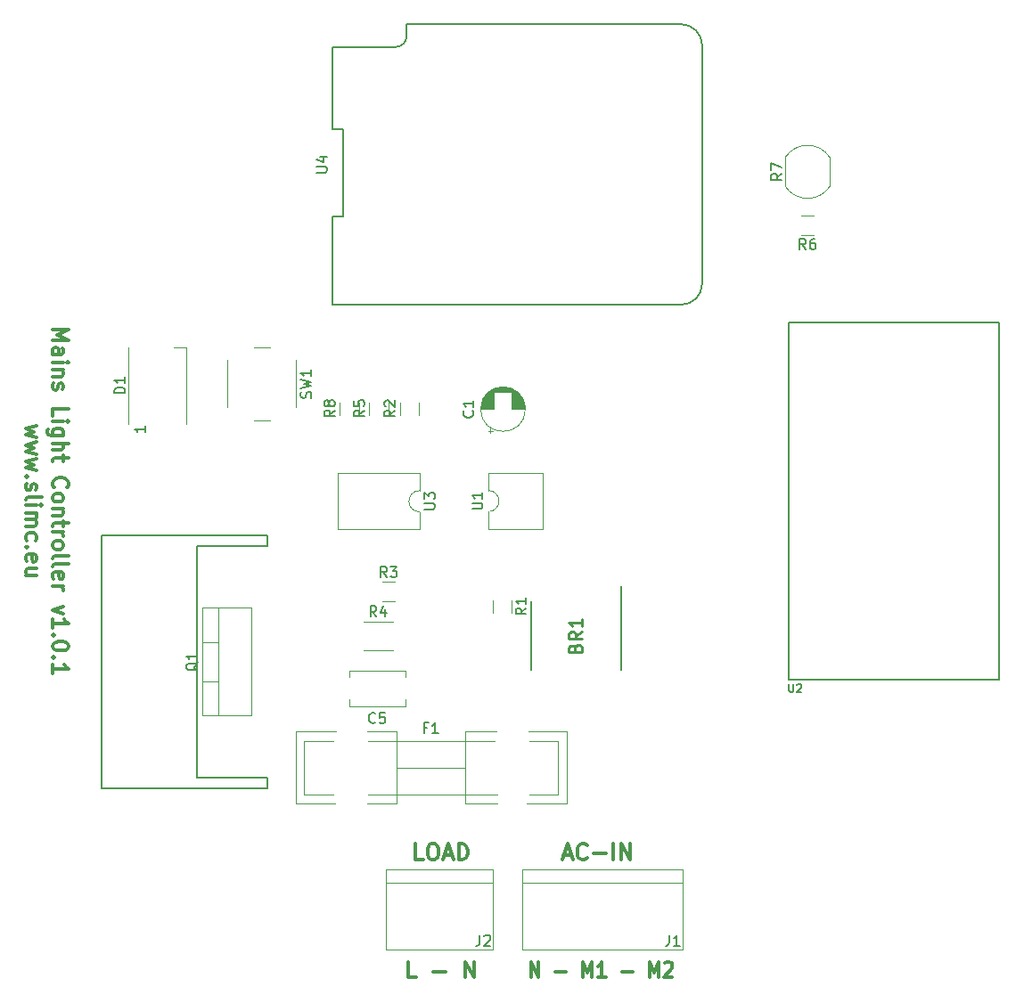
<source format=gbr>
G04 #@! TF.GenerationSoftware,KiCad,Pcbnew,5.0.2+dfsg1-1*
G04 #@! TF.CreationDate,2019-06-14T16:53:16+02:00*
G04 #@! TF.ProjectId,mains-light-controller,6d61696e-732d-46c6-9967-68742d636f6e,v1.0.1*
G04 #@! TF.SameCoordinates,Original*
G04 #@! TF.FileFunction,Legend,Top*
G04 #@! TF.FilePolarity,Positive*
%FSLAX46Y46*%
G04 Gerber Fmt 4.6, Leading zero omitted, Abs format (unit mm)*
G04 Created by KiCad (PCBNEW 5.0.2+dfsg1-1) date fre 14 jun 2019 16:53:16 CEST*
%MOMM*%
%LPD*%
G01*
G04 APERTURE LIST*
%ADD10C,0.300000*%
%ADD11C,0.120000*%
%ADD12C,0.200000*%
%ADD13C,0.150000*%
%ADD14C,0.127000*%
%ADD15C,0.254000*%
G04 APERTURE END LIST*
D10*
X20096428Y-48714285D02*
X21596428Y-48714285D01*
X20525000Y-49214285D01*
X21596428Y-49714285D01*
X20096428Y-49714285D01*
X20096428Y-51071428D02*
X20882142Y-51071428D01*
X21025000Y-51000000D01*
X21096428Y-50857142D01*
X21096428Y-50571428D01*
X21025000Y-50428571D01*
X20167857Y-51071428D02*
X20096428Y-50928571D01*
X20096428Y-50571428D01*
X20167857Y-50428571D01*
X20310714Y-50357142D01*
X20453571Y-50357142D01*
X20596428Y-50428571D01*
X20667857Y-50571428D01*
X20667857Y-50928571D01*
X20739285Y-51071428D01*
X20096428Y-51785714D02*
X21096428Y-51785714D01*
X21596428Y-51785714D02*
X21525000Y-51714285D01*
X21453571Y-51785714D01*
X21525000Y-51857142D01*
X21596428Y-51785714D01*
X21453571Y-51785714D01*
X21096428Y-52500000D02*
X20096428Y-52500000D01*
X20953571Y-52500000D02*
X21025000Y-52571428D01*
X21096428Y-52714285D01*
X21096428Y-52928571D01*
X21025000Y-53071428D01*
X20882142Y-53142857D01*
X20096428Y-53142857D01*
X20167857Y-53785714D02*
X20096428Y-53928571D01*
X20096428Y-54214285D01*
X20167857Y-54357142D01*
X20310714Y-54428571D01*
X20382142Y-54428571D01*
X20525000Y-54357142D01*
X20596428Y-54214285D01*
X20596428Y-54000000D01*
X20667857Y-53857142D01*
X20810714Y-53785714D01*
X20882142Y-53785714D01*
X21025000Y-53857142D01*
X21096428Y-54000000D01*
X21096428Y-54214285D01*
X21025000Y-54357142D01*
X20096428Y-56928571D02*
X20096428Y-56214285D01*
X21596428Y-56214285D01*
X20096428Y-57428571D02*
X21096428Y-57428571D01*
X21596428Y-57428571D02*
X21525000Y-57357142D01*
X21453571Y-57428571D01*
X21525000Y-57500000D01*
X21596428Y-57428571D01*
X21453571Y-57428571D01*
X21096428Y-58785714D02*
X19882142Y-58785714D01*
X19739285Y-58714285D01*
X19667857Y-58642857D01*
X19596428Y-58500000D01*
X19596428Y-58285714D01*
X19667857Y-58142857D01*
X20167857Y-58785714D02*
X20096428Y-58642857D01*
X20096428Y-58357142D01*
X20167857Y-58214285D01*
X20239285Y-58142857D01*
X20382142Y-58071428D01*
X20810714Y-58071428D01*
X20953571Y-58142857D01*
X21025000Y-58214285D01*
X21096428Y-58357142D01*
X21096428Y-58642857D01*
X21025000Y-58785714D01*
X20096428Y-59500000D02*
X21596428Y-59500000D01*
X20096428Y-60142857D02*
X20882142Y-60142857D01*
X21025000Y-60071428D01*
X21096428Y-59928571D01*
X21096428Y-59714285D01*
X21025000Y-59571428D01*
X20953571Y-59500000D01*
X21096428Y-60642857D02*
X21096428Y-61214285D01*
X21596428Y-60857142D02*
X20310714Y-60857142D01*
X20167857Y-60928571D01*
X20096428Y-61071428D01*
X20096428Y-61214285D01*
X20239285Y-63714285D02*
X20167857Y-63642857D01*
X20096428Y-63428571D01*
X20096428Y-63285714D01*
X20167857Y-63071428D01*
X20310714Y-62928571D01*
X20453571Y-62857142D01*
X20739285Y-62785714D01*
X20953571Y-62785714D01*
X21239285Y-62857142D01*
X21382142Y-62928571D01*
X21525000Y-63071428D01*
X21596428Y-63285714D01*
X21596428Y-63428571D01*
X21525000Y-63642857D01*
X21453571Y-63714285D01*
X20096428Y-64571428D02*
X20167857Y-64428571D01*
X20239285Y-64357142D01*
X20382142Y-64285714D01*
X20810714Y-64285714D01*
X20953571Y-64357142D01*
X21025000Y-64428571D01*
X21096428Y-64571428D01*
X21096428Y-64785714D01*
X21025000Y-64928571D01*
X20953571Y-65000000D01*
X20810714Y-65071428D01*
X20382142Y-65071428D01*
X20239285Y-64999999D01*
X20167857Y-64928571D01*
X20096428Y-64785714D01*
X20096428Y-64571428D01*
X21096428Y-65714285D02*
X20096428Y-65714285D01*
X20953571Y-65714285D02*
X21025000Y-65785714D01*
X21096428Y-65928571D01*
X21096428Y-66142857D01*
X21025000Y-66285714D01*
X20882142Y-66357142D01*
X20096428Y-66357142D01*
X21096428Y-66857142D02*
X21096428Y-67428571D01*
X21596428Y-67071428D02*
X20310714Y-67071428D01*
X20167857Y-67142857D01*
X20096428Y-67285714D01*
X20096428Y-67428571D01*
X20096428Y-67928571D02*
X21096428Y-67928571D01*
X20810714Y-67928571D02*
X20953571Y-68000000D01*
X21025000Y-68071428D01*
X21096428Y-68214285D01*
X21096428Y-68357142D01*
X20096428Y-69071428D02*
X20167857Y-68928571D01*
X20239285Y-68857142D01*
X20382142Y-68785714D01*
X20810714Y-68785714D01*
X20953571Y-68857142D01*
X21025000Y-68928571D01*
X21096428Y-69071428D01*
X21096428Y-69285714D01*
X21025000Y-69428571D01*
X20953571Y-69500000D01*
X20810714Y-69571428D01*
X20382142Y-69571428D01*
X20239285Y-69500000D01*
X20167857Y-69428571D01*
X20096428Y-69285714D01*
X20096428Y-69071428D01*
X20096428Y-70428571D02*
X20167857Y-70285714D01*
X20310714Y-70214285D01*
X21596428Y-70214285D01*
X20096428Y-71214285D02*
X20167857Y-71071428D01*
X20310714Y-71000000D01*
X21596428Y-71000000D01*
X20167857Y-72357142D02*
X20096428Y-72214285D01*
X20096428Y-71928571D01*
X20167857Y-71785714D01*
X20310714Y-71714285D01*
X20882142Y-71714285D01*
X21025000Y-71785714D01*
X21096428Y-71928571D01*
X21096428Y-72214285D01*
X21025000Y-72357142D01*
X20882142Y-72428571D01*
X20739285Y-72428571D01*
X20596428Y-71714285D01*
X20096428Y-73071428D02*
X21096428Y-73071428D01*
X20810714Y-73071428D02*
X20953571Y-73142857D01*
X21025000Y-73214285D01*
X21096428Y-73357142D01*
X21096428Y-73500000D01*
X21096428Y-75000000D02*
X20096428Y-75357142D01*
X21096428Y-75714285D01*
X20096428Y-77071428D02*
X20096428Y-76214285D01*
X20096428Y-76642857D02*
X21596428Y-76642857D01*
X21382142Y-76500000D01*
X21239285Y-76357142D01*
X21167857Y-76214285D01*
X20239285Y-77714285D02*
X20167857Y-77785714D01*
X20096428Y-77714285D01*
X20167857Y-77642857D01*
X20239285Y-77714285D01*
X20096428Y-77714285D01*
X21596428Y-78714285D02*
X21596428Y-78857142D01*
X21524999Y-79000000D01*
X21453571Y-79071428D01*
X21310714Y-79142857D01*
X21024999Y-79214285D01*
X20667857Y-79214285D01*
X20382142Y-79142857D01*
X20239285Y-79071428D01*
X20167857Y-79000000D01*
X20096428Y-78857142D01*
X20096428Y-78714285D01*
X20167857Y-78571428D01*
X20239285Y-78500000D01*
X20382142Y-78428571D01*
X20667857Y-78357142D01*
X21024999Y-78357142D01*
X21310714Y-78428571D01*
X21453571Y-78500000D01*
X21524999Y-78571428D01*
X21596428Y-78714285D01*
X20239285Y-79857142D02*
X20167857Y-79928571D01*
X20096428Y-79857142D01*
X20167857Y-79785714D01*
X20239285Y-79857142D01*
X20096428Y-79857142D01*
X20096428Y-81357142D02*
X20096428Y-80500000D01*
X20096428Y-80928571D02*
X21596428Y-80928571D01*
X21382142Y-80785714D01*
X21239285Y-80642857D01*
X21167857Y-80500000D01*
X18546428Y-57821428D02*
X17546428Y-58107142D01*
X18260714Y-58392857D01*
X17546428Y-58678571D01*
X18546428Y-58964285D01*
X18546428Y-59392857D02*
X17546428Y-59678571D01*
X18260714Y-59964285D01*
X17546428Y-60250000D01*
X18546428Y-60535714D01*
X18546428Y-60964285D02*
X17546428Y-61250000D01*
X18260714Y-61535714D01*
X17546428Y-61821428D01*
X18546428Y-62107142D01*
X17689285Y-62678571D02*
X17617857Y-62750000D01*
X17546428Y-62678571D01*
X17617857Y-62607142D01*
X17689285Y-62678571D01*
X17546428Y-62678571D01*
X17617857Y-63321428D02*
X17546428Y-63464285D01*
X17546428Y-63750000D01*
X17617857Y-63892857D01*
X17760714Y-63964285D01*
X17832142Y-63964285D01*
X17975000Y-63892857D01*
X18046428Y-63750000D01*
X18046428Y-63535714D01*
X18117857Y-63392857D01*
X18260714Y-63321428D01*
X18332142Y-63321428D01*
X18475000Y-63392857D01*
X18546428Y-63535714D01*
X18546428Y-63750000D01*
X18475000Y-63892857D01*
X17546428Y-64821428D02*
X17617857Y-64678571D01*
X17760714Y-64607142D01*
X19046428Y-64607142D01*
X17546428Y-65392857D02*
X18546428Y-65392857D01*
X19046428Y-65392857D02*
X18975000Y-65321428D01*
X18903571Y-65392857D01*
X18975000Y-65464285D01*
X19046428Y-65392857D01*
X18903571Y-65392857D01*
X17546428Y-66107142D02*
X18546428Y-66107142D01*
X18403571Y-66107142D02*
X18475000Y-66178571D01*
X18546428Y-66321428D01*
X18546428Y-66535714D01*
X18475000Y-66678571D01*
X18332142Y-66750000D01*
X17546428Y-66750000D01*
X18332142Y-66750000D02*
X18475000Y-66821428D01*
X18546428Y-66964285D01*
X18546428Y-67178571D01*
X18475000Y-67321428D01*
X18332142Y-67392857D01*
X17546428Y-67392857D01*
X17617857Y-68750000D02*
X17546428Y-68607142D01*
X17546428Y-68321428D01*
X17617857Y-68178571D01*
X17689285Y-68107142D01*
X17832142Y-68035714D01*
X18260714Y-68035714D01*
X18403571Y-68107142D01*
X18475000Y-68178571D01*
X18546428Y-68321428D01*
X18546428Y-68607142D01*
X18475000Y-68750000D01*
X17689285Y-69392857D02*
X17617857Y-69464285D01*
X17546428Y-69392857D01*
X17617857Y-69321428D01*
X17689285Y-69392857D01*
X17546428Y-69392857D01*
X17617857Y-70678571D02*
X17546428Y-70535714D01*
X17546428Y-70250000D01*
X17617857Y-70107142D01*
X17760714Y-70035714D01*
X18332142Y-70035714D01*
X18475000Y-70107142D01*
X18546428Y-70250000D01*
X18546428Y-70535714D01*
X18475000Y-70678571D01*
X18332142Y-70750000D01*
X18189285Y-70750000D01*
X18046428Y-70035714D01*
X18546428Y-72035714D02*
X17546428Y-72035714D01*
X18546428Y-71392857D02*
X17760714Y-71392857D01*
X17617857Y-71464285D01*
X17546428Y-71607142D01*
X17546428Y-71821428D01*
X17617857Y-71964285D01*
X17689285Y-72035714D01*
X68621428Y-98650000D02*
X69335714Y-98650000D01*
X68478571Y-99078571D02*
X68978571Y-97578571D01*
X69478571Y-99078571D01*
X70835714Y-98935714D02*
X70764285Y-99007142D01*
X70550000Y-99078571D01*
X70407142Y-99078571D01*
X70192857Y-99007142D01*
X70050000Y-98864285D01*
X69978571Y-98721428D01*
X69907142Y-98435714D01*
X69907142Y-98221428D01*
X69978571Y-97935714D01*
X70050000Y-97792857D01*
X70192857Y-97650000D01*
X70407142Y-97578571D01*
X70550000Y-97578571D01*
X70764285Y-97650000D01*
X70835714Y-97721428D01*
X71478571Y-98507142D02*
X72621428Y-98507142D01*
X73335714Y-99078571D02*
X73335714Y-97578571D01*
X74050000Y-99078571D02*
X74050000Y-97578571D01*
X74907142Y-99078571D01*
X74907142Y-97578571D01*
X55285714Y-99078571D02*
X54571428Y-99078571D01*
X54571428Y-97578571D01*
X56071428Y-97578571D02*
X56357142Y-97578571D01*
X56500000Y-97650000D01*
X56642857Y-97792857D01*
X56714285Y-98078571D01*
X56714285Y-98578571D01*
X56642857Y-98864285D01*
X56500000Y-99007142D01*
X56357142Y-99078571D01*
X56071428Y-99078571D01*
X55928571Y-99007142D01*
X55785714Y-98864285D01*
X55714285Y-98578571D01*
X55714285Y-98078571D01*
X55785714Y-97792857D01*
X55928571Y-97650000D01*
X56071428Y-97578571D01*
X57285714Y-98650000D02*
X58000000Y-98650000D01*
X57142857Y-99078571D02*
X57642857Y-97578571D01*
X58142857Y-99078571D01*
X58642857Y-99078571D02*
X58642857Y-97578571D01*
X59000000Y-97578571D01*
X59214285Y-97650000D01*
X59357142Y-97792857D01*
X59428571Y-97935714D01*
X59500000Y-98221428D01*
X59500000Y-98435714D01*
X59428571Y-98721428D01*
X59357142Y-98864285D01*
X59214285Y-99007142D01*
X59000000Y-99078571D01*
X58642857Y-99078571D01*
X54607142Y-110278571D02*
X53892857Y-110278571D01*
X53892857Y-108778571D01*
X56250000Y-109707142D02*
X57392857Y-109707142D01*
X59250000Y-110278571D02*
X59250000Y-108778571D01*
X60107142Y-110278571D01*
X60107142Y-108778571D01*
X65514285Y-110278571D02*
X65514285Y-108778571D01*
X66257142Y-110278571D01*
X66257142Y-108778571D01*
X67866666Y-109707142D02*
X68857142Y-109707142D01*
X70466666Y-110278571D02*
X70466666Y-108778571D01*
X70900000Y-109850000D01*
X71333333Y-108778571D01*
X71333333Y-110278571D01*
X72633333Y-110278571D02*
X71890476Y-110278571D01*
X72261904Y-110278571D02*
X72261904Y-108778571D01*
X72138095Y-108992857D01*
X72014285Y-109135714D01*
X71890476Y-109207142D01*
X74180952Y-109707142D02*
X75171428Y-109707142D01*
X76780952Y-110278571D02*
X76780952Y-108778571D01*
X77214285Y-109850000D01*
X77647619Y-108778571D01*
X77647619Y-110278571D01*
X78204761Y-108921428D02*
X78266666Y-108850000D01*
X78390476Y-108778571D01*
X78700000Y-108778571D01*
X78823809Y-108850000D01*
X78885714Y-108921428D01*
X78947619Y-109064285D01*
X78947619Y-109207142D01*
X78885714Y-109421428D01*
X78142857Y-110278571D01*
X78947619Y-110278571D01*
D11*
G04 #@! TO.C,F1*
X59310000Y-90340000D02*
X52810000Y-90340000D01*
X68930000Y-93770000D02*
X65120000Y-93770000D01*
X59280000Y-93770000D02*
X62320000Y-93770000D01*
X61780000Y-92880000D02*
X62320000Y-92880000D01*
X68040000Y-92880000D02*
X65370000Y-92880000D01*
X59280000Y-87800000D02*
X62070000Y-87800000D01*
X68040000Y-87800000D02*
X65370000Y-87800000D01*
X68930000Y-86910000D02*
X65250000Y-86910000D01*
X59280000Y-86910000D02*
X62200000Y-86910000D01*
X43190000Y-93770000D02*
X46880000Y-93770000D01*
X52720000Y-93770000D02*
X49920000Y-93770000D01*
X50180000Y-92880000D02*
X50050000Y-92880000D01*
X50180000Y-92880000D02*
X52720000Y-92880000D01*
X43960000Y-92880000D02*
X46750000Y-92880000D01*
X43190000Y-86910000D02*
X47000000Y-86910000D01*
X52720000Y-86910000D02*
X49920000Y-86910000D01*
X52720000Y-87800000D02*
X50050000Y-87800000D01*
X43960000Y-87800000D02*
X46750000Y-87800000D01*
X68930000Y-86910000D02*
X68930000Y-93770000D01*
X59280000Y-93770000D02*
X59280000Y-92880000D01*
X59280000Y-86910000D02*
X59280000Y-87800000D01*
X43190000Y-86910000D02*
X43190000Y-93770000D01*
X52720000Y-93770000D02*
X52720000Y-92880000D01*
X52720000Y-86910000D02*
X52720000Y-87930000D01*
X61780000Y-92880000D02*
X50090000Y-92880000D01*
X50220000Y-87800000D02*
X61780000Y-87800000D01*
X52720000Y-90340000D02*
X52720000Y-87800000D01*
X43960000Y-87800000D02*
X43960000Y-92880000D01*
X52720000Y-92880000D02*
X52720000Y-90340000D01*
X59280000Y-90340000D02*
X59280000Y-87800000D01*
X68040000Y-87800000D02*
X68040000Y-92880000D01*
X59280000Y-92880000D02*
X59280000Y-90340000D01*
D12*
G04 #@! TO.C,BR1*
X74055000Y-73095000D02*
X74055000Y-81050000D01*
X65545000Y-74550000D02*
X65545000Y-81050000D01*
D13*
G04 #@! TO.C,Q1*
X33790000Y-80260000D02*
X33789999Y-91260000D01*
X33890000Y-80260000D02*
X33790000Y-80260000D01*
X40490000Y-91260000D02*
X33789999Y-91260000D01*
X40490000Y-92259999D02*
X40490000Y-91260000D01*
X24690000Y-92260000D02*
X40490000Y-92259999D01*
X24690000Y-68260000D02*
X24690000Y-92260000D01*
X40490000Y-68260000D02*
X24690000Y-68260000D01*
X40490000Y-69259999D02*
X40490000Y-68260000D01*
X33790000Y-69260001D02*
X40490000Y-69259999D01*
X33790000Y-80260000D02*
X33790000Y-69260001D01*
D11*
X34330000Y-78409000D02*
X35840000Y-78409000D01*
X34330000Y-82110000D02*
X35840000Y-82110001D01*
X35840001Y-85380000D02*
X35840000Y-75140000D01*
X34330000Y-75140000D02*
X38970999Y-75140000D01*
X34330000Y-85380000D02*
X38971000Y-85380000D01*
X38971000Y-85380000D02*
X38970999Y-75140000D01*
X34330000Y-85380000D02*
X34330000Y-75140000D01*
G04 #@! TO.C,R1*
X61890000Y-74397936D02*
X61890000Y-75602064D01*
X63710000Y-74397936D02*
X63710000Y-75602064D01*
G04 #@! TO.C,R2*
X53065000Y-56802064D02*
X53065000Y-55597936D01*
X54885000Y-56802064D02*
X54885000Y-55597936D01*
G04 #@! TO.C,R3*
X51397936Y-74510000D02*
X52602064Y-74510000D01*
X51397936Y-72690000D02*
X52602064Y-72690000D01*
G04 #@! TO.C,R5*
X50150000Y-56802064D02*
X50150000Y-55597936D01*
X51970000Y-56802064D02*
X51970000Y-55597936D01*
G04 #@! TO.C,R6*
X92392886Y-37882962D02*
X91188758Y-37882962D01*
X92392886Y-39702962D02*
X91188758Y-39702962D01*
G04 #@! TO.C,R8*
X47350000Y-56802064D02*
X47350000Y-55597936D01*
X49170000Y-56802064D02*
X49170000Y-55597936D01*
G04 #@! TO.C,R4*
X49597936Y-76440000D02*
X52402064Y-76440000D01*
X49597936Y-79160000D02*
X52402064Y-79160000D01*
G04 #@! TO.C,R7*
X93900000Y-35100000D02*
X93900000Y-32300000D01*
X89700000Y-35100000D02*
X89700000Y-32300000D01*
X93909242Y-32313963D02*
G75*
G03X89700000Y-32300000I-2109242J-1386037D01*
G01*
X89690758Y-35086037D02*
G75*
G03X93900000Y-35100000I2109242J1386037D01*
G01*
D13*
G04 #@! TO.C,U4*
X46700000Y-46330000D02*
X79780000Y-46330000D01*
X81780000Y-44330000D02*
X81780000Y-21670000D01*
X79780000Y-19670000D02*
X53700000Y-19670000D01*
X46700000Y-21820000D02*
X46700000Y-29680000D01*
X46700000Y-29680000D02*
X47700000Y-29680000D01*
X47700000Y-29680000D02*
X47700000Y-37900000D01*
X47700000Y-37900000D02*
X46700000Y-37900000D01*
X46700000Y-37900000D02*
X46700000Y-46329999D01*
X81780000Y-21670000D02*
G75*
G03X79780000Y-19670000I-2000000J0D01*
G01*
X79780000Y-46330000D02*
G75*
G03X81780000Y-44330000I0J2000000D01*
G01*
X46700000Y-21820000D02*
X52700000Y-21820000D01*
X52700000Y-21820000D02*
G75*
G03X53700000Y-20820000I0J1000000D01*
G01*
X53700000Y-20830000D02*
X53700000Y-19670000D01*
X53700000Y-19670000D02*
X53700000Y-19670000D01*
D14*
G04 #@! TO.C,U2*
X90000000Y-48000000D02*
X90000000Y-82000000D01*
X110000000Y-82000000D02*
X110000000Y-48000000D01*
X90000000Y-82000000D02*
X110000000Y-82000000D01*
X110000000Y-48000000D02*
X90000000Y-48000000D01*
D11*
G04 #@! TO.C,SW1*
X36700000Y-51600000D02*
X36700000Y-56100000D01*
X40700000Y-50350000D02*
X39200000Y-50350000D01*
X43200000Y-56100000D02*
X43200000Y-51600000D01*
X39200000Y-57350000D02*
X40700000Y-57350000D01*
G04 #@! TO.C,C1*
X61470000Y-58319801D02*
X61870000Y-58319801D01*
X61670000Y-58519801D02*
X61670000Y-58119801D01*
X62495000Y-54169000D02*
X63235000Y-54169000D01*
X62328000Y-54209000D02*
X63402000Y-54209000D01*
X62201000Y-54249000D02*
X63529000Y-54249000D01*
X62097000Y-54289000D02*
X63633000Y-54289000D01*
X62006000Y-54329000D02*
X63724000Y-54329000D01*
X61925000Y-54369000D02*
X63805000Y-54369000D01*
X61852000Y-54409000D02*
X63878000Y-54409000D01*
X61785000Y-54449000D02*
X63945000Y-54449000D01*
X61723000Y-54489000D02*
X64007000Y-54489000D01*
X61665000Y-54529000D02*
X64065000Y-54529000D01*
X61611000Y-54569000D02*
X64119000Y-54569000D01*
X61561000Y-54609000D02*
X64169000Y-54609000D01*
X61514000Y-54649000D02*
X64216000Y-54649000D01*
X63705000Y-54689000D02*
X64261000Y-54689000D01*
X61469000Y-54689000D02*
X62025000Y-54689000D01*
X63705000Y-54729000D02*
X64303000Y-54729000D01*
X61427000Y-54729000D02*
X62025000Y-54729000D01*
X63705000Y-54769000D02*
X64343000Y-54769000D01*
X61387000Y-54769000D02*
X62025000Y-54769000D01*
X63705000Y-54809000D02*
X64381000Y-54809000D01*
X61349000Y-54809000D02*
X62025000Y-54809000D01*
X63705000Y-54849000D02*
X64417000Y-54849000D01*
X61313000Y-54849000D02*
X62025000Y-54849000D01*
X63705000Y-54889000D02*
X64452000Y-54889000D01*
X61278000Y-54889000D02*
X62025000Y-54889000D01*
X63705000Y-54929000D02*
X64484000Y-54929000D01*
X61246000Y-54929000D02*
X62025000Y-54929000D01*
X63705000Y-54969000D02*
X64515000Y-54969000D01*
X61215000Y-54969000D02*
X62025000Y-54969000D01*
X63705000Y-55009000D02*
X64545000Y-55009000D01*
X61185000Y-55009000D02*
X62025000Y-55009000D01*
X63705000Y-55049000D02*
X64573000Y-55049000D01*
X61157000Y-55049000D02*
X62025000Y-55049000D01*
X63705000Y-55089000D02*
X64600000Y-55089000D01*
X61130000Y-55089000D02*
X62025000Y-55089000D01*
X63705000Y-55129000D02*
X64625000Y-55129000D01*
X61105000Y-55129000D02*
X62025000Y-55129000D01*
X63705000Y-55169000D02*
X64650000Y-55169000D01*
X61080000Y-55169000D02*
X62025000Y-55169000D01*
X63705000Y-55209000D02*
X64673000Y-55209000D01*
X61057000Y-55209000D02*
X62025000Y-55209000D01*
X63705000Y-55249000D02*
X64695000Y-55249000D01*
X61035000Y-55249000D02*
X62025000Y-55249000D01*
X63705000Y-55289000D02*
X64716000Y-55289000D01*
X61014000Y-55289000D02*
X62025000Y-55289000D01*
X63705000Y-55329000D02*
X64735000Y-55329000D01*
X60995000Y-55329000D02*
X62025000Y-55329000D01*
X63705000Y-55369000D02*
X64754000Y-55369000D01*
X60976000Y-55369000D02*
X62025000Y-55369000D01*
X63705000Y-55409000D02*
X64772000Y-55409000D01*
X60958000Y-55409000D02*
X62025000Y-55409000D01*
X63705000Y-55449000D02*
X64789000Y-55449000D01*
X60941000Y-55449000D02*
X62025000Y-55449000D01*
X63705000Y-55489000D02*
X64805000Y-55489000D01*
X60925000Y-55489000D02*
X62025000Y-55489000D01*
X63705000Y-55529000D02*
X64819000Y-55529000D01*
X60911000Y-55529000D02*
X62025000Y-55529000D01*
X63705000Y-55570000D02*
X64833000Y-55570000D01*
X60897000Y-55570000D02*
X62025000Y-55570000D01*
X63705000Y-55610000D02*
X64847000Y-55610000D01*
X60883000Y-55610000D02*
X62025000Y-55610000D01*
X63705000Y-55650000D02*
X64859000Y-55650000D01*
X60871000Y-55650000D02*
X62025000Y-55650000D01*
X63705000Y-55690000D02*
X64870000Y-55690000D01*
X60860000Y-55690000D02*
X62025000Y-55690000D01*
X63705000Y-55730000D02*
X64881000Y-55730000D01*
X60849000Y-55730000D02*
X62025000Y-55730000D01*
X63705000Y-55770000D02*
X64890000Y-55770000D01*
X60840000Y-55770000D02*
X62025000Y-55770000D01*
X63705000Y-55810000D02*
X64899000Y-55810000D01*
X60831000Y-55810000D02*
X62025000Y-55810000D01*
X63705000Y-55850000D02*
X64907000Y-55850000D01*
X60823000Y-55850000D02*
X62025000Y-55850000D01*
X63705000Y-55890000D02*
X64915000Y-55890000D01*
X60815000Y-55890000D02*
X62025000Y-55890000D01*
X63705000Y-55930000D02*
X64921000Y-55930000D01*
X60809000Y-55930000D02*
X62025000Y-55930000D01*
X63705000Y-55970000D02*
X64927000Y-55970000D01*
X60803000Y-55970000D02*
X62025000Y-55970000D01*
X63705000Y-56010000D02*
X64932000Y-56010000D01*
X60798000Y-56010000D02*
X62025000Y-56010000D01*
X63705000Y-56050000D02*
X64936000Y-56050000D01*
X60794000Y-56050000D02*
X62025000Y-56050000D01*
X63705000Y-56090000D02*
X64939000Y-56090000D01*
X60791000Y-56090000D02*
X62025000Y-56090000D01*
X63705000Y-56130000D02*
X64942000Y-56130000D01*
X60788000Y-56130000D02*
X62025000Y-56130000D01*
X60786000Y-56170000D02*
X62025000Y-56170000D01*
X63705000Y-56170000D02*
X64944000Y-56170000D01*
X60785000Y-56210000D02*
X62025000Y-56210000D01*
X63705000Y-56210000D02*
X64945000Y-56210000D01*
X60785000Y-56250000D02*
X62025000Y-56250000D01*
X63705000Y-56250000D02*
X64945000Y-56250000D01*
X64985000Y-56250000D02*
G75*
G03X64985000Y-56250000I-2120000J0D01*
G01*
G04 #@! TO.C,C5*
X53570000Y-84521000D02*
X48230000Y-84521000D01*
X53570000Y-81079000D02*
X48230000Y-81079000D01*
X53570000Y-84521000D02*
X53570000Y-83855000D01*
X53570000Y-81745000D02*
X53570000Y-81079000D01*
X48230000Y-84521000D02*
X48230000Y-83855000D01*
X48230000Y-81745000D02*
X48230000Y-81079000D01*
G04 #@! TO.C,D1*
X32750000Y-50350000D02*
X31600000Y-50350000D01*
X32750000Y-57650000D02*
X32750000Y-50350000D01*
X27250000Y-57650000D02*
X27250000Y-50350000D01*
G04 #@! TO.C,J1*
X79940000Y-99990000D02*
X79940000Y-107610000D01*
X64700000Y-99990000D02*
X64700000Y-107610000D01*
X79940000Y-101260000D02*
X64700000Y-101260000D01*
X79940000Y-107610000D02*
X64700000Y-107610000D01*
X79940000Y-99990000D02*
X64700000Y-99990000D01*
G04 #@! TO.C,J2*
X51780000Y-101260000D02*
X61940000Y-101260000D01*
X51780000Y-99990000D02*
X51780000Y-107610000D01*
X51780000Y-107610000D02*
X61940000Y-107610000D01*
X61940000Y-107610000D02*
X61940000Y-99990000D01*
X61940000Y-99990000D02*
X51780000Y-99990000D01*
G04 #@! TO.C,U1*
X61470000Y-62340000D02*
X61470000Y-63990000D01*
X66670000Y-62340000D02*
X61470000Y-62340000D01*
X66670000Y-67640000D02*
X66670000Y-62340000D01*
X61470000Y-67640000D02*
X66670000Y-67640000D01*
X61470000Y-65990000D02*
X61470000Y-67640000D01*
X61470000Y-63990000D02*
G75*
G02X61470000Y-65990000I0J-1000000D01*
G01*
G04 #@! TO.C,U3*
X54930000Y-67660000D02*
X54930000Y-66010000D01*
X47190000Y-67660000D02*
X54930000Y-67660000D01*
X47190000Y-62360000D02*
X47190000Y-67660000D01*
X54930000Y-62360000D02*
X47190000Y-62360000D01*
X54930000Y-64010000D02*
X54930000Y-62360000D01*
X54930000Y-66010000D02*
G75*
G02X54930000Y-64010000I0J1000000D01*
G01*
G04 #@! TO.C,F1*
D13*
X55676666Y-86518571D02*
X55343333Y-86518571D01*
X55343333Y-87042380D02*
X55343333Y-86042380D01*
X55819523Y-86042380D01*
X56724285Y-87042380D02*
X56152857Y-87042380D01*
X56438571Y-87042380D02*
X56438571Y-86042380D01*
X56343333Y-86185238D01*
X56248095Y-86280476D01*
X56152857Y-86328095D01*
G04 #@! TO.C,BR1*
D15*
X69709285Y-78949047D02*
X69769761Y-78767619D01*
X69830238Y-78707142D01*
X69951190Y-78646666D01*
X70132619Y-78646666D01*
X70253571Y-78707142D01*
X70314047Y-78767619D01*
X70374523Y-78888571D01*
X70374523Y-79372380D01*
X69104523Y-79372380D01*
X69104523Y-78949047D01*
X69165000Y-78828095D01*
X69225476Y-78767619D01*
X69346428Y-78707142D01*
X69467380Y-78707142D01*
X69588333Y-78767619D01*
X69648809Y-78828095D01*
X69709285Y-78949047D01*
X69709285Y-79372380D01*
X70374523Y-77376666D02*
X69769761Y-77800000D01*
X70374523Y-78102380D02*
X69104523Y-78102380D01*
X69104523Y-77618571D01*
X69165000Y-77497619D01*
X69225476Y-77437142D01*
X69346428Y-77376666D01*
X69527857Y-77376666D01*
X69648809Y-77437142D01*
X69709285Y-77497619D01*
X69769761Y-77618571D01*
X69769761Y-78102380D01*
X70374523Y-76167142D02*
X70374523Y-76892857D01*
X70374523Y-76530000D02*
X69104523Y-76530000D01*
X69285952Y-76650952D01*
X69406904Y-76771904D01*
X69467380Y-76892857D01*
G04 #@! TO.C,Q1*
D13*
X33877619Y-80355238D02*
X33830000Y-80450476D01*
X33734761Y-80545714D01*
X33591904Y-80688571D01*
X33544285Y-80783809D01*
X33544285Y-80879047D01*
X33782380Y-80831428D02*
X33734761Y-80926666D01*
X33639523Y-81021904D01*
X33449047Y-81069523D01*
X33115714Y-81069523D01*
X32925238Y-81021904D01*
X32830000Y-80926666D01*
X32782380Y-80831428D01*
X32782380Y-80640952D01*
X32830000Y-80545714D01*
X32925238Y-80450476D01*
X33115714Y-80402857D01*
X33449047Y-80402857D01*
X33639523Y-80450476D01*
X33734761Y-80545714D01*
X33782380Y-80640952D01*
X33782380Y-80831428D01*
X33782380Y-79450476D02*
X33782380Y-80021904D01*
X33782380Y-79736190D02*
X32782380Y-79736190D01*
X32925238Y-79831428D01*
X33020476Y-79926666D01*
X33068095Y-80021904D01*
G04 #@! TO.C,R1*
X65072380Y-75166666D02*
X64596190Y-75500000D01*
X65072380Y-75738095D02*
X64072380Y-75738095D01*
X64072380Y-75357142D01*
X64120000Y-75261904D01*
X64167619Y-75214285D01*
X64262857Y-75166666D01*
X64405714Y-75166666D01*
X64500952Y-75214285D01*
X64548571Y-75261904D01*
X64596190Y-75357142D01*
X64596190Y-75738095D01*
X65072380Y-74214285D02*
X65072380Y-74785714D01*
X65072380Y-74500000D02*
X64072380Y-74500000D01*
X64215238Y-74595238D01*
X64310476Y-74690476D01*
X64358095Y-74785714D01*
G04 #@! TO.C,R2*
X52607380Y-56366666D02*
X52131190Y-56700000D01*
X52607380Y-56938095D02*
X51607380Y-56938095D01*
X51607380Y-56557142D01*
X51655000Y-56461904D01*
X51702619Y-56414285D01*
X51797857Y-56366666D01*
X51940714Y-56366666D01*
X52035952Y-56414285D01*
X52083571Y-56461904D01*
X52131190Y-56557142D01*
X52131190Y-56938095D01*
X51702619Y-55985714D02*
X51655000Y-55938095D01*
X51607380Y-55842857D01*
X51607380Y-55604761D01*
X51655000Y-55509523D01*
X51702619Y-55461904D01*
X51797857Y-55414285D01*
X51893095Y-55414285D01*
X52035952Y-55461904D01*
X52607380Y-56033333D01*
X52607380Y-55414285D01*
G04 #@! TO.C,R3*
X51833333Y-72232380D02*
X51500000Y-71756190D01*
X51261904Y-72232380D02*
X51261904Y-71232380D01*
X51642857Y-71232380D01*
X51738095Y-71280000D01*
X51785714Y-71327619D01*
X51833333Y-71422857D01*
X51833333Y-71565714D01*
X51785714Y-71660952D01*
X51738095Y-71708571D01*
X51642857Y-71756190D01*
X51261904Y-71756190D01*
X52166666Y-71232380D02*
X52785714Y-71232380D01*
X52452380Y-71613333D01*
X52595238Y-71613333D01*
X52690476Y-71660952D01*
X52738095Y-71708571D01*
X52785714Y-71803809D01*
X52785714Y-72041904D01*
X52738095Y-72137142D01*
X52690476Y-72184761D01*
X52595238Y-72232380D01*
X52309523Y-72232380D01*
X52214285Y-72184761D01*
X52166666Y-72137142D01*
G04 #@! TO.C,R5*
X49692380Y-56366666D02*
X49216190Y-56700000D01*
X49692380Y-56938095D02*
X48692380Y-56938095D01*
X48692380Y-56557142D01*
X48740000Y-56461904D01*
X48787619Y-56414285D01*
X48882857Y-56366666D01*
X49025714Y-56366666D01*
X49120952Y-56414285D01*
X49168571Y-56461904D01*
X49216190Y-56557142D01*
X49216190Y-56938095D01*
X48692380Y-55461904D02*
X48692380Y-55938095D01*
X49168571Y-55985714D01*
X49120952Y-55938095D01*
X49073333Y-55842857D01*
X49073333Y-55604761D01*
X49120952Y-55509523D01*
X49168571Y-55461904D01*
X49263809Y-55414285D01*
X49501904Y-55414285D01*
X49597142Y-55461904D01*
X49644761Y-55509523D01*
X49692380Y-55604761D01*
X49692380Y-55842857D01*
X49644761Y-55938095D01*
X49597142Y-55985714D01*
G04 #@! TO.C,R6*
X91624155Y-41065342D02*
X91290822Y-40589152D01*
X91052726Y-41065342D02*
X91052726Y-40065342D01*
X91433679Y-40065342D01*
X91528917Y-40112962D01*
X91576536Y-40160581D01*
X91624155Y-40255819D01*
X91624155Y-40398676D01*
X91576536Y-40493914D01*
X91528917Y-40541533D01*
X91433679Y-40589152D01*
X91052726Y-40589152D01*
X92481298Y-40065342D02*
X92290822Y-40065342D01*
X92195583Y-40112962D01*
X92147964Y-40160581D01*
X92052726Y-40303438D01*
X92005107Y-40493914D01*
X92005107Y-40874866D01*
X92052726Y-40970104D01*
X92100345Y-41017723D01*
X92195583Y-41065342D01*
X92386060Y-41065342D01*
X92481298Y-41017723D01*
X92528917Y-40970104D01*
X92576536Y-40874866D01*
X92576536Y-40636771D01*
X92528917Y-40541533D01*
X92481298Y-40493914D01*
X92386060Y-40446295D01*
X92195583Y-40446295D01*
X92100345Y-40493914D01*
X92052726Y-40541533D01*
X92005107Y-40636771D01*
G04 #@! TO.C,R8*
X46892380Y-56366666D02*
X46416190Y-56700000D01*
X46892380Y-56938095D02*
X45892380Y-56938095D01*
X45892380Y-56557142D01*
X45940000Y-56461904D01*
X45987619Y-56414285D01*
X46082857Y-56366666D01*
X46225714Y-56366666D01*
X46320952Y-56414285D01*
X46368571Y-56461904D01*
X46416190Y-56557142D01*
X46416190Y-56938095D01*
X46320952Y-55795238D02*
X46273333Y-55890476D01*
X46225714Y-55938095D01*
X46130476Y-55985714D01*
X46082857Y-55985714D01*
X45987619Y-55938095D01*
X45940000Y-55890476D01*
X45892380Y-55795238D01*
X45892380Y-55604761D01*
X45940000Y-55509523D01*
X45987619Y-55461904D01*
X46082857Y-55414285D01*
X46130476Y-55414285D01*
X46225714Y-55461904D01*
X46273333Y-55509523D01*
X46320952Y-55604761D01*
X46320952Y-55795238D01*
X46368571Y-55890476D01*
X46416190Y-55938095D01*
X46511428Y-55985714D01*
X46701904Y-55985714D01*
X46797142Y-55938095D01*
X46844761Y-55890476D01*
X46892380Y-55795238D01*
X46892380Y-55604761D01*
X46844761Y-55509523D01*
X46797142Y-55461904D01*
X46701904Y-55414285D01*
X46511428Y-55414285D01*
X46416190Y-55461904D01*
X46368571Y-55509523D01*
X46320952Y-55604761D01*
G04 #@! TO.C,R4*
X50833333Y-75972380D02*
X50500000Y-75496190D01*
X50261904Y-75972380D02*
X50261904Y-74972380D01*
X50642857Y-74972380D01*
X50738095Y-75020000D01*
X50785714Y-75067619D01*
X50833333Y-75162857D01*
X50833333Y-75305714D01*
X50785714Y-75400952D01*
X50738095Y-75448571D01*
X50642857Y-75496190D01*
X50261904Y-75496190D01*
X51690476Y-75305714D02*
X51690476Y-75972380D01*
X51452380Y-74924761D02*
X51214285Y-75639047D01*
X51833333Y-75639047D01*
G04 #@! TO.C,R7*
X89352380Y-33866666D02*
X88876190Y-34200000D01*
X89352380Y-34438095D02*
X88352380Y-34438095D01*
X88352380Y-34057142D01*
X88400000Y-33961904D01*
X88447619Y-33914285D01*
X88542857Y-33866666D01*
X88685714Y-33866666D01*
X88780952Y-33914285D01*
X88828571Y-33961904D01*
X88876190Y-34057142D01*
X88876190Y-34438095D01*
X88352380Y-33533333D02*
X88352380Y-32866666D01*
X89352380Y-33295238D01*
G04 #@! TO.C,U4*
X45152380Y-33761904D02*
X45961904Y-33761904D01*
X46057142Y-33714285D01*
X46104761Y-33666666D01*
X46152380Y-33571428D01*
X46152380Y-33380952D01*
X46104761Y-33285714D01*
X46057142Y-33238095D01*
X45961904Y-33190476D01*
X45152380Y-33190476D01*
X45485714Y-32285714D02*
X46152380Y-32285714D01*
X45104761Y-32523809D02*
X45819047Y-32761904D01*
X45819047Y-32142857D01*
G04 #@! TO.C,U2*
D14*
X90021428Y-82362714D02*
X90021428Y-82979571D01*
X90057714Y-83052142D01*
X90094000Y-83088428D01*
X90166571Y-83124714D01*
X90311714Y-83124714D01*
X90384285Y-83088428D01*
X90420571Y-83052142D01*
X90456857Y-82979571D01*
X90456857Y-82362714D01*
X90783428Y-82435285D02*
X90819714Y-82399000D01*
X90892285Y-82362714D01*
X91073714Y-82362714D01*
X91146285Y-82399000D01*
X91182571Y-82435285D01*
X91218857Y-82507857D01*
X91218857Y-82580428D01*
X91182571Y-82689285D01*
X90747142Y-83124714D01*
X91218857Y-83124714D01*
G04 #@! TO.C,SW1*
D13*
X44604761Y-55183333D02*
X44652380Y-55040476D01*
X44652380Y-54802380D01*
X44604761Y-54707142D01*
X44557142Y-54659523D01*
X44461904Y-54611904D01*
X44366666Y-54611904D01*
X44271428Y-54659523D01*
X44223809Y-54707142D01*
X44176190Y-54802380D01*
X44128571Y-54992857D01*
X44080952Y-55088095D01*
X44033333Y-55135714D01*
X43938095Y-55183333D01*
X43842857Y-55183333D01*
X43747619Y-55135714D01*
X43700000Y-55088095D01*
X43652380Y-54992857D01*
X43652380Y-54754761D01*
X43700000Y-54611904D01*
X43652380Y-54278571D02*
X44652380Y-54040476D01*
X43938095Y-53850000D01*
X44652380Y-53659523D01*
X43652380Y-53421428D01*
X44652380Y-52516666D02*
X44652380Y-53088095D01*
X44652380Y-52802380D02*
X43652380Y-52802380D01*
X43795238Y-52897619D01*
X43890476Y-52992857D01*
X43938095Y-53088095D01*
G04 #@! TO.C,C1*
X59972142Y-56416666D02*
X60019761Y-56464285D01*
X60067380Y-56607142D01*
X60067380Y-56702380D01*
X60019761Y-56845238D01*
X59924523Y-56940476D01*
X59829285Y-56988095D01*
X59638809Y-57035714D01*
X59495952Y-57035714D01*
X59305476Y-56988095D01*
X59210238Y-56940476D01*
X59115000Y-56845238D01*
X59067380Y-56702380D01*
X59067380Y-56607142D01*
X59115000Y-56464285D01*
X59162619Y-56416666D01*
X60067380Y-55464285D02*
X60067380Y-56035714D01*
X60067380Y-55750000D02*
X59067380Y-55750000D01*
X59210238Y-55845238D01*
X59305476Y-55940476D01*
X59353095Y-56035714D01*
G04 #@! TO.C,C5*
X50733333Y-86007142D02*
X50685714Y-86054761D01*
X50542857Y-86102380D01*
X50447619Y-86102380D01*
X50304761Y-86054761D01*
X50209523Y-85959523D01*
X50161904Y-85864285D01*
X50114285Y-85673809D01*
X50114285Y-85530952D01*
X50161904Y-85340476D01*
X50209523Y-85245238D01*
X50304761Y-85150000D01*
X50447619Y-85102380D01*
X50542857Y-85102380D01*
X50685714Y-85150000D01*
X50733333Y-85197619D01*
X51638095Y-85102380D02*
X51161904Y-85102380D01*
X51114285Y-85578571D01*
X51161904Y-85530952D01*
X51257142Y-85483333D01*
X51495238Y-85483333D01*
X51590476Y-85530952D01*
X51638095Y-85578571D01*
X51685714Y-85673809D01*
X51685714Y-85911904D01*
X51638095Y-86007142D01*
X51590476Y-86054761D01*
X51495238Y-86102380D01*
X51257142Y-86102380D01*
X51161904Y-86054761D01*
X51114285Y-86007142D01*
G04 #@! TO.C,D1*
X26952380Y-54738095D02*
X25952380Y-54738095D01*
X25952380Y-54500000D01*
X26000000Y-54357142D01*
X26095238Y-54261904D01*
X26190476Y-54214285D01*
X26380952Y-54166666D01*
X26523809Y-54166666D01*
X26714285Y-54214285D01*
X26809523Y-54261904D01*
X26904761Y-54357142D01*
X26952380Y-54500000D01*
X26952380Y-54738095D01*
X26952380Y-53214285D02*
X26952380Y-53785714D01*
X26952380Y-53500000D02*
X25952380Y-53500000D01*
X26095238Y-53595238D01*
X26190476Y-53690476D01*
X26238095Y-53785714D01*
X28852380Y-57864285D02*
X28852380Y-58435714D01*
X28852380Y-58150000D02*
X27852380Y-58150000D01*
X27995238Y-58245238D01*
X28090476Y-58340476D01*
X28138095Y-58435714D01*
G04 #@! TO.C,J1*
X78666666Y-106252380D02*
X78666666Y-106966666D01*
X78619047Y-107109523D01*
X78523809Y-107204761D01*
X78380952Y-107252380D01*
X78285714Y-107252380D01*
X79666666Y-107252380D02*
X79095238Y-107252380D01*
X79380952Y-107252380D02*
X79380952Y-106252380D01*
X79285714Y-106395238D01*
X79190476Y-106490476D01*
X79095238Y-106538095D01*
G04 #@! TO.C,J2*
X60666666Y-106252380D02*
X60666666Y-106966666D01*
X60619047Y-107109523D01*
X60523809Y-107204761D01*
X60380952Y-107252380D01*
X60285714Y-107252380D01*
X61095238Y-106347619D02*
X61142857Y-106300000D01*
X61238095Y-106252380D01*
X61476190Y-106252380D01*
X61571428Y-106300000D01*
X61619047Y-106347619D01*
X61666666Y-106442857D01*
X61666666Y-106538095D01*
X61619047Y-106680952D01*
X61047619Y-107252380D01*
X61666666Y-107252380D01*
G04 #@! TO.C,U1*
X59922380Y-65751904D02*
X60731904Y-65751904D01*
X60827142Y-65704285D01*
X60874761Y-65656666D01*
X60922380Y-65561428D01*
X60922380Y-65370952D01*
X60874761Y-65275714D01*
X60827142Y-65228095D01*
X60731904Y-65180476D01*
X59922380Y-65180476D01*
X60922380Y-64180476D02*
X60922380Y-64751904D01*
X60922380Y-64466190D02*
X59922380Y-64466190D01*
X60065238Y-64561428D01*
X60160476Y-64656666D01*
X60208095Y-64751904D01*
G04 #@! TO.C,U3*
X55382380Y-65771904D02*
X56191904Y-65771904D01*
X56287142Y-65724285D01*
X56334761Y-65676666D01*
X56382380Y-65581428D01*
X56382380Y-65390952D01*
X56334761Y-65295714D01*
X56287142Y-65248095D01*
X56191904Y-65200476D01*
X55382380Y-65200476D01*
X55382380Y-64819523D02*
X55382380Y-64200476D01*
X55763333Y-64533809D01*
X55763333Y-64390952D01*
X55810952Y-64295714D01*
X55858571Y-64248095D01*
X55953809Y-64200476D01*
X56191904Y-64200476D01*
X56287142Y-64248095D01*
X56334761Y-64295714D01*
X56382380Y-64390952D01*
X56382380Y-64676666D01*
X56334761Y-64771904D01*
X56287142Y-64819523D01*
G04 #@! TD*
M02*

</source>
